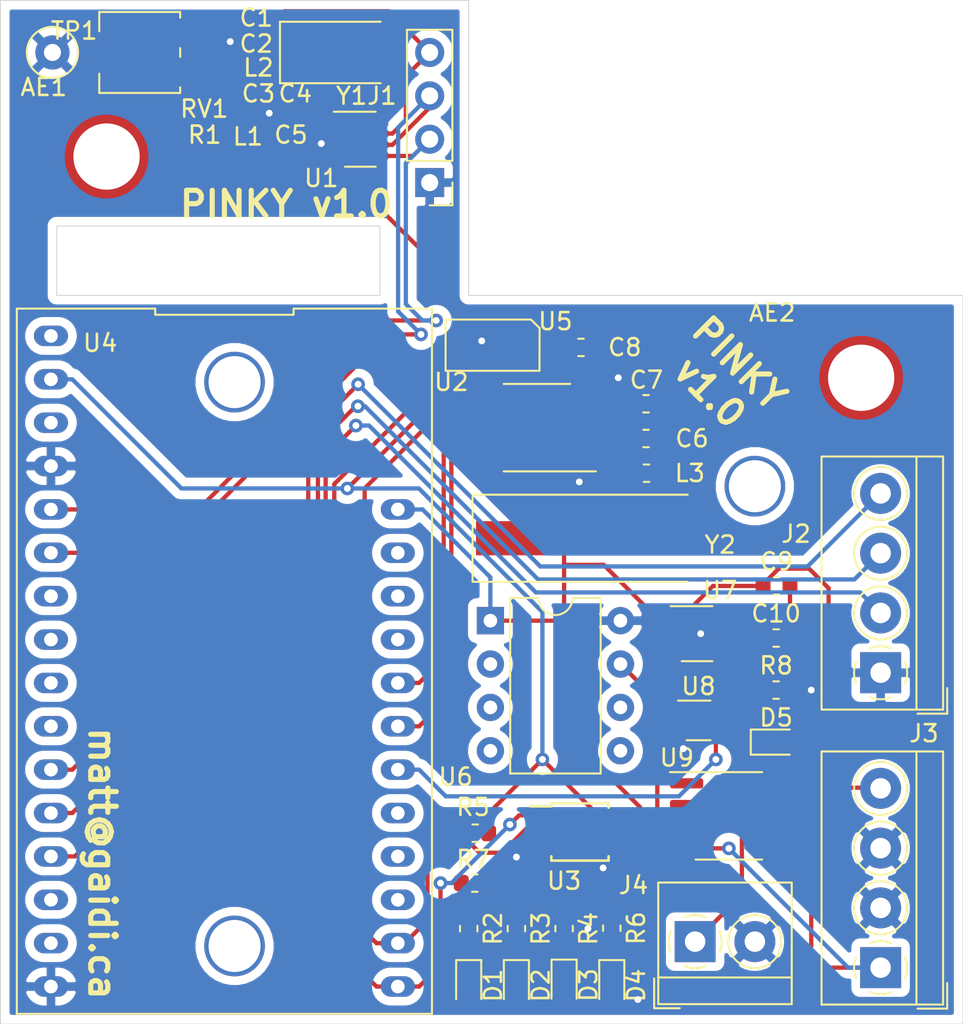
<source format=kicad_pcb>
(kicad_pcb (version 20171130) (host pcbnew "(5.1.5-0-10_14)")
  (layers (0 F.Cu signal) (31 B.Cu power) (34 B.Paste user) (35 F.Paste user hide) (36 B.SilkS user) (37 F.SilkS user) (38 B.Mask user) (39 F.Mask user hide) (44 Edge.Cuts user))
  (net 0 "")
  (net 1 "Net-(AE1-Pad1)")
  (net 2 "Net-(AE2-Pad1)")
  (net 3 "Net-(C1-Pad2)")
  (net 4 GND)
  (net 5 "Net-(C3-Pad2)")
  (net 6 "Net-(C4-Pad2)")
  (net 7 "Net-(C5-Pad1)")
  (net 8 "Net-(C6-Pad2)")
  (net 9 "Net-(C7-Pad2)")
  (net 10 "Net-(C8-Pad2)")
  (net 11 +6V)
  (net 12 +5V)
  (net 13 "Net-(D1-Pad1)")
  (net 14 "Net-(D2-Pad1)")
  (net 15 -6V)
  (net 16 "Net-(D3-Pad1)")
  (net 17 "Net-(D4-Pad1)")
  (net 18 "Net-(D5-Pad1)")
  (net 19 +3V3)
  (net 20 "Net-(J1-Pad3)")
  (net 21 "Net-(J1-Pad2)")
  (net 22 "Net-(J2-Pad4)")
  (net 23 "Net-(J2-Pad3)")
  (net 24 "Net-(J2-Pad2)")
  (net 25 "Net-(J4-Pad1)")
  (net 26 SCL)
  (net 27 SDA)
  (net 28 "Net-(R8-Pad1)")
  (net 29 "Net-(U1-Pad8)")
  (net 30 "Net-(U1-Pad1)")
  (net 31 "Net-(U2-Pad8)")
  (net 32 "Net-(U2-Pad6)")
  (net 33 "Net-(U2-Pad5)")
  (net 34 "Net-(U6-Pad7)")
  (net 35 "Net-(U8-Pad2)")
  (module "ARBO Parts:Linx_Ant_Screw" (layer F.Cu) (at 165.608 78.994 270)
    (fp_text reference AE2 (at -3.81 6.096 180) (layer F.SilkS))
    (fp_text value Antenna)
    (pad "" np_thru_hole circle (at 0 0.885 270) (size 3.88 3.88) (drill 3.88) (layers *.Cu *.Mask))
    (pad 1 smd rect (at 0 0 270) (size 6.6 8.89) (layers F.Cu F.Paste F.Mask) (net 2 "Net-(AE2-Pad1)"))
  )
  (module "ARBO Parts:Linx_Ant_Screw" (layer F.Cu) (at 119.632 66.04 90)
    (fp_text reference AE1 (at 4.064 -2.792 180) (layer F.SilkS))
    (fp_text value Antenna)
    (pad "" np_thru_hole circle (at 0 0.885 90) (size 3.88 3.88) (drill 3.88) (layers *.Cu *.Mask))
    (pad 1 smd rect (at 0 0 90) (size 6.6 8.89) (layers F.Cu F.Paste F.Mask) (net 1 "Net-(AE1-Pad1)"))
  )
  (module Capacitor_SMD:C_0402_1005Metric (layer F.Cu) (at 127.277 57.912 180)
    (fp_text reference C1 (at -2.009 0) (layer F.SilkS))
    (fp_text value 680pF)
    (pad 2 smd roundrect (at 0.485 0 180) (size 0.59 0.64) (layers F.Cu F.Paste F.Mask) (net 3 "Net-(C1-Pad2)"))
    (pad 1 smd roundrect (at -0.485 0 180) (size 0.59 0.64) (layers F.Cu F.Paste F.Mask) (net 4 GND))
  )
  (module Capacitor_SMD:C_0402_1005Metric (layer F.Cu) (at 127.277 60.706 180)
    (fp_text reference C2 (at -2.009 1.27) (layer F.SilkS))
    (fp_text value 220pF)
    (pad 2 smd roundrect (at 0.485 0 180) (size 0.59 0.64) (layers F.Cu F.Paste F.Mask) (net 3 "Net-(C1-Pad2)"))
    (pad 1 smd roundrect (at -0.485 0 180) (size 0.59 0.64) (layers F.Cu F.Paste F.Mask) (net 4 GND))
  )
  (module Inductor_SMD:L_0402_1005Metric (layer F.Cu) (at 127.277 62.23 180)
    (fp_text reference L2 (at -2.136 1.397) (layer F.SilkS))
    (fp_text value 27nH)
    (pad 2 smd roundrect (at 0.485 0 180) (size 0.59 0.64) (layers F.Cu F.Paste F.Mask) (net 3 "Net-(C1-Pad2)"))
    (pad 1 smd roundrect (at -0.485 0 180) (size 0.59 0.64) (layers F.Cu F.Paste F.Mask) (net 7 "Net-(C5-Pad1)"))
  )
  (module Crystal:Crystal_SMD_Abracon_ABM3-2Pin_5.0x3.2mm (layer F.Cu) (at 133.876 59.944)
    (fp_text reference Y1 (at 0.998 2.54) (layer F.SilkS))
    (fp_text value 9.84375MHz)
    (pad 2 smd rect (at 2.05 0) (size 1.9 2.4) (layers F.Cu F.Paste F.Mask) (net 29 "Net-(U1-Pad8)"))
    (pad 1 smd rect (at -2.05 0) (size 1.9 2.4) (layers F.Cu F.Paste F.Mask) (net 30 "Net-(U1-Pad1)"))
  )
  (module Crystal:Crystal_SMD_HC49-SD (layer F.Cu) (at 148.658 88.392)
    (fp_text reference Y2 (at 7.806 0.381) (layer F.SilkS))
    (fp_text value 4.8970MHz)
    (pad 2 smd rect (at 4.25 0) (size 4.5 2) (layers F.Cu F.Paste F.Mask) (net 4 GND))
    (pad 1 smd rect (at -4.25 0) (size 4.5 2) (layers F.Cu F.Paste F.Mask) (net 31 "Net-(U2-Pad8)"))
  )
  (module Package_SO:SOIC-8_3.9x4.9mm_P1.27mm (layer F.Cu) (at 156.972 104.648)
    (fp_text reference U9 (at -3.048 -3.4) (layer F.SilkS))
    (fp_text value TL071)
    (pad 8 smd roundrect (at 2.475 -1.905) (size 1.95 0.6) (layers F.Cu F.Paste F.Mask))
    (pad 7 smd roundrect (at 2.475 -0.635) (size 1.95 0.6) (layers F.Cu F.Paste F.Mask) (net 11 +6V))
    (pad 6 smd roundrect (at 2.475 0.635) (size 1.95 0.6) (layers F.Cu F.Paste F.Mask) (net 25 "Net-(J4-Pad1)"))
    (pad 5 smd roundrect (at 2.475 1.905) (size 1.95 0.6) (layers F.Cu F.Paste F.Mask))
    (pad 4 smd roundrect (at -2.475 1.905) (size 1.95 0.6) (layers F.Cu F.Paste F.Mask) (net 15 -6V))
    (pad 3 smd roundrect (at -2.475 0.635) (size 1.95 0.6) (layers F.Cu F.Paste F.Mask) (net 35 "Net-(U8-Pad2)"))
    (pad 2 smd roundrect (at -2.475 -0.635) (size 1.95 0.6) (layers F.Cu F.Paste F.Mask) (net 25 "Net-(J4-Pad1)"))
    (pad 1 smd roundrect (at -2.475 -1.905) (size 1.95 0.6) (layers F.Cu F.Paste F.Mask))
  )
  (module Package_TO_SOT_SMD:SOT-353_SC-70-5 (layer F.Cu) (at 155.194 99.06)
    (fp_text reference U8 (at 0 -2) (layer F.SilkS))
    (fp_text value SN74LVC)
    (pad 5 smd rect (at 0.95 -0.65) (size 0.65 0.4) (layers F.Cu F.Paste F.Mask) (net 12 +5V))
    (pad 4 smd rect (at 0.95 0.65) (size 0.65 0.4) (layers F.Cu F.Paste F.Mask) (net 28 "Net-(R8-Pad1)"))
    (pad 2 smd rect (at -0.95 0) (size 0.65 0.4) (layers F.Cu F.Paste F.Mask) (net 35 "Net-(U8-Pad2)"))
    (pad 3 smd rect (at -0.95 0.65) (size 0.65 0.4) (layers F.Cu F.Paste F.Mask) (net 4 GND))
    (pad 1 smd rect (at -0.95 -0.65) (size 0.65 0.4) (layers F.Cu F.Paste F.Mask) (net 34 "Net-(U6-Pad7)"))
  )
  (module Package_TO_SOT_SMD:SOT-23-5 (layer F.Cu) (at 155.11 93.98)
    (fp_text reference U7 (at 1.354 -2.54) (layer F.SilkS))
    (fp_text value AP2204K-5.0)
    (pad 5 smd rect (at 1.1 -0.95) (size 1.06 0.65) (layers F.Cu F.Paste F.Mask) (net 12 +5V))
    (pad 4 smd rect (at 1.1 0.95) (size 1.06 0.65) (layers F.Cu F.Paste F.Mask))
    (pad 3 smd rect (at -1.1 0.95) (size 1.06 0.65) (layers F.Cu F.Paste F.Mask) (net 11 +6V))
    (pad 2 smd rect (at -1.1 0) (size 1.06 0.65) (layers F.Cu F.Paste F.Mask) (net 4 GND))
    (pad 1 smd rect (at -1.1 -0.95) (size 1.06 0.65) (layers F.Cu F.Paste F.Mask) (net 11 +6V))
  )
  (module Package_DIP:DIP-8_W7.62mm (layer F.Cu) (at 143.002 93.218)
    (fp_text reference U6 (at -2.032 9.144) (layer F.SilkS))
    (fp_text value NOISE2)
    (pad 8 thru_hole oval (at 7.62 0) (size 1.6 1.6) (drill 0.8) (layers *.Cu *.Mask) (net 4 GND))
    (pad 4 thru_hole oval (at 0 7.62) (size 1.6 1.6) (drill 0.8) (layers *.Cu *.Mask))
    (pad 7 thru_hole oval (at 7.62 2.54) (size 1.6 1.6) (drill 0.8) (layers *.Cu *.Mask) (net 34 "Net-(U6-Pad7)"))
    (pad 3 thru_hole oval (at 0 5.08) (size 1.6 1.6) (drill 0.8) (layers *.Cu *.Mask))
    (pad 6 thru_hole oval (at 7.62 5.08) (size 1.6 1.6) (drill 0.8) (layers *.Cu *.Mask))
    (pad 2 thru_hole oval (at 0 2.54) (size 1.6 1.6) (drill 0.8) (layers *.Cu *.Mask))
    (pad 5 thru_hole oval (at 7.62 7.62) (size 1.6 1.6) (drill 0.8) (layers *.Cu *.Mask))
    (pad 1 thru_hole rect (at 0 0) (size 1.6 1.6) (drill 0.8) (layers *.Cu *.Mask) (net 12 +5V))
  )
  (module "ARBO Parts:VEML7700" (layer F.Cu) (at 143.129 76.835 180)
    (fp_text reference U5 (at -3.683 1.143) (layer F.SilkS))
    (fp_text value VEML7700)
    (pad 4 smd rect (at 1.905 0 180) (size 0.7 1.6) (layers F.Cu F.Paste F.Mask) (net 27 SDA))
    (pad 3 smd rect (at 0.635 0 180) (size 0.7 1.6) (layers F.Cu F.Paste F.Mask) (net 4 GND))
    (pad 2 smd rect (at -0.635 0 180) (size 0.7 1.6) (layers F.Cu F.Paste F.Mask) (net 19 +3V3))
    (pad 1 smd rect (at -1.905 0 180) (size 0.7 1.6) (layers F.Cu F.Paste F.Mask) (net 26 SCL))
  )
  (module "ARBO Parts:Adafruit_feather" (layer F.Cu) (at 127.42 95.844)
    (fp_text reference U4 (at -7.278 -18.882) (layer F.SilkS))
    (fp_text value Adalogger)
    (pad 16 thru_hole oval (at -10.16 18.8 270) (size 1.2 2) (drill 0.8) (layers *.Cu *.Mask) (net 4 GND))
    (pad 17 thru_hole oval (at 10.16 18.8 270) (size 1.2 2) (drill 0.8) (layers *.Cu *.Mask) (net 27 SDA))
    (pad 15 thru_hole oval (at -10.16 16.26 270) (size 1.2 2) (drill 0.8) (layers *.Cu *.Mask))
    (pad 18 thru_hole oval (at 10.16 16.26 270) (size 1.2 2) (drill 0.8) (layers *.Cu *.Mask) (net 26 SCL))
    (pad 14 thru_hole oval (at -10.16 13.72 270) (size 1.2 2) (drill 0.8) (layers *.Cu *.Mask))
    (pad 19 thru_hole oval (at 10.16 13.72 270) (size 1.2 2) (drill 0.8) (layers *.Cu *.Mask))
    (pad 13 thru_hole oval (at -10.16 11.18 270) (size 1.2 2) (drill 0.8) (layers *.Cu *.Mask) (net 24 "Net-(J2-Pad2)"))
    (pad 20 thru_hole oval (at 10.16 11.18 270) (size 1.2 2) (drill 0.8) (layers *.Cu *.Mask))
    (pad 12 thru_hole oval (at -10.16 8.64 270) (size 1.2 2) (drill 0.8) (layers *.Cu *.Mask) (net 23 "Net-(J2-Pad3)"))
    (pad 21 thru_hole oval (at 10.16 8.64 270) (size 1.2 2) (drill 0.8) (layers *.Cu *.Mask))
    (pad 11 thru_hole oval (at -10.16 6.1 270) (size 1.2 2) (drill 0.8) (layers *.Cu *.Mask) (net 22 "Net-(J2-Pad4)"))
    (pad 22 thru_hole oval (at 10.16 6.1 270) (size 1.2 2) (drill 0.8) (layers *.Cu *.Mask) (net 28 "Net-(R8-Pad1)"))
    (pad 10 thru_hole oval (at -10.16 3.56 270) (size 1.2 2) (drill 0.8) (layers *.Cu *.Mask))
    (pad 23 thru_hole oval (at 10.16 3.56 270) (size 1.2 2) (drill 0.8) (layers *.Cu *.Mask) (net 32 "Net-(U2-Pad6)"))
    (pad 9 thru_hole oval (at -10.16 1.02 270) (size 1.2 2) (drill 0.8) (layers *.Cu *.Mask))
    (pad 24 thru_hole oval (at 10.16 1.02 270) (size 1.2 2) (drill 0.8) (layers *.Cu *.Mask) (net 33 "Net-(U2-Pad5)"))
    (pad 8 thru_hole oval (at -10.16 -1.52 270) (size 1.2 2) (drill 0.8) (layers *.Cu *.Mask))
    (pad 25 thru_hole oval (at 10.16 -1.52 270) (size 1.2 2) (drill 0.8) (layers *.Cu *.Mask))
    (pad 7 thru_hole oval (at -10.16 -4.06 270) (size 1.2 2) (drill 0.8) (layers *.Cu *.Mask))
    (pad 26 thru_hole oval (at 10.16 -4.06 270) (size 1.2 2) (drill 0.8) (layers *.Cu *.Mask))
    (pad 6 thru_hole oval (at -10.16 -6.6 270) (size 1.2 2) (drill 0.8) (layers *.Cu *.Mask) (net 20 "Net-(J1-Pad3)"))
    (pad 27 thru_hole oval (at 10.16 -6.6 270) (size 1.2 2) (drill 0.8) (layers *.Cu *.Mask))
    (pad 5 thru_hole oval (at -10.16 -9.14 270) (size 1.2 2) (drill 0.8) (layers *.Cu *.Mask) (net 21 "Net-(J1-Pad2)"))
    (pad 28 thru_hole oval (at 10.16 -9.14 270) (size 1.2 2) (drill 0.8) (layers *.Cu *.Mask) (net 12 +5V))
    (pad 4 thru_hole oval (at -10.16 -11.68 270) (size 1.2 2) (drill 0.8) (layers *.Cu *.Mask) (net 4 GND))
    (pad 3 thru_hole oval (at -10.16 -14.22 270) (size 1.2 2) (drill 0.8) (layers *.Cu *.Mask))
    (pad 2 thru_hole oval (at -10.16 -16.76 270) (size 1.2 2) (drill 0.8) (layers *.Cu *.Mask) (net 19 +3V3))
    (pad 1 thru_hole oval (at -10.16 -19.3 270) (size 1.2 2) (drill 0.8) (layers *.Cu *.Mask))
  )
  (module Package_SO:MSOP-8_3x3mm_P0.65mm (layer F.Cu) (at 148.25 105.593)
    (fp_text reference U3 (at -0.93 2.865) (layer F.SilkS))
    (fp_text value MCP9808_MSOP)
    (pad 8 smd rect (at 2.2 -0.975) (size 1.45 0.45) (layers F.Cu F.Paste F.Mask) (net 19 +3V3))
    (pad 7 smd rect (at 2.2 -0.325) (size 1.45 0.45) (layers F.Cu F.Paste F.Mask) (net 4 GND))
    (pad 6 smd rect (at 2.2 0.325) (size 1.45 0.45) (layers F.Cu F.Paste F.Mask) (net 4 GND))
    (pad 5 smd rect (at 2.2 0.975) (size 1.45 0.45) (layers F.Cu F.Paste F.Mask) (net 4 GND))
    (pad 4 smd rect (at -2.2 0.975) (size 1.45 0.45) (layers F.Cu F.Paste F.Mask) (net 4 GND))
    (pad 3 smd rect (at -2.2 0.325) (size 1.45 0.45) (layers F.Cu F.Paste F.Mask))
    (pad 2 smd rect (at -2.2 -0.325) (size 1.45 0.45) (layers F.Cu F.Paste F.Mask) (net 26 SCL))
    (pad 1 smd rect (at -2.2 -0.975) (size 1.45 0.45) (layers F.Cu F.Paste F.Mask) (net 27 SDA))
  )
  (module Package_SO:SOIC-8_3.9x4.9mm_P1.27mm (layer F.Cu) (at 145.731 81.915 180)
    (fp_text reference U2 (at 5.015 2.667) (layer F.SilkS))
    (fp_text value MICRF007)
    (pad 8 smd roundrect (at 2.475 -1.905 180) (size 1.95 0.6) (layers F.Cu F.Paste F.Mask) (net 31 "Net-(U2-Pad8)"))
    (pad 7 smd roundrect (at 2.475 -0.635 180) (size 1.95 0.6) (layers F.Cu F.Paste F.Mask) (net 10 "Net-(C8-Pad2)"))
    (pad 6 smd roundrect (at 2.475 0.635 180) (size 1.95 0.6) (layers F.Cu F.Paste F.Mask) (net 32 "Net-(U2-Pad6)"))
    (pad 5 smd roundrect (at 2.475 1.905 180) (size 1.95 0.6) (layers F.Cu F.Paste F.Mask) (net 33 "Net-(U2-Pad5)"))
    (pad 4 smd roundrect (at -2.475 1.905 180) (size 1.95 0.6) (layers F.Cu F.Paste F.Mask) (net 9 "Net-(C7-Pad2)"))
    (pad 3 smd roundrect (at -2.475 0.635 180) (size 1.95 0.6) (layers F.Cu F.Paste F.Mask) (net 12 +5V))
    (pad 2 smd roundrect (at -2.475 -0.635 180) (size 1.95 0.6) (layers F.Cu F.Paste F.Mask) (net 8 "Net-(C6-Pad2)"))
    (pad 1 smd roundrect (at -2.475 -1.905 180) (size 1.95 0.6) (layers F.Cu F.Paste F.Mask) (net 4 GND))
  )
  (module Package_TO_SOT_SMD:SOT-23-8 (layer F.Cu) (at 135.382 65.024)
    (fp_text reference U1 (at -2.286 2.286) (layer F.SilkS))
    (fp_text value MAX1472)
    (pad 8 smd rect (at 1.1 -0.98) (size 1.06 0.4) (layers F.Cu F.Paste F.Mask) (net 29 "Net-(U1-Pad8)"))
    (pad 7 smd rect (at 1.1 -0.33) (size 1.06 0.4) (layers F.Cu F.Paste F.Mask) (net 19 +3V3))
    (pad 6 smd rect (at 1.1 0.33) (size 1.06 0.4) (layers F.Cu F.Paste F.Mask) (net 20 "Net-(J1-Pad3)"))
    (pad 5 smd rect (at 1.1 0.98) (size 1.06 0.4) (layers F.Cu F.Paste F.Mask) (net 21 "Net-(J1-Pad2)"))
    (pad 4 smd rect (at -1.1 0.98) (size 1.06 0.4) (layers F.Cu F.Paste F.Mask) (net 7 "Net-(C5-Pad1)"))
    (pad 3 smd rect (at -1.1 0.33) (size 1.06 0.4) (layers F.Cu F.Paste F.Mask) (net 4 GND))
    (pad 2 smd rect (at -1.1 -0.33) (size 1.06 0.4) (layers F.Cu F.Paste F.Mask) (net 4 GND))
    (pad 1 smd rect (at -1.1 -0.98) (size 1.06 0.4) (layers F.Cu F.Paste F.Mask) (net 30 "Net-(U1-Pad1)"))
  )
  (module TestPoint:TestPoint_Loop_D2.50mm_Drill1.0mm (layer F.Cu) (at 117.348 59.944)
    (fp_text reference TP1 (at 1.27 -1.27) (layer F.SilkS))
    (fp_text value TP_GND)
    (pad 1 thru_hole circle (at 0 0) (size 2 2) (drill 1) (layers *.Cu *.Mask) (net 4 GND))
  )
  (module Potentiometer_SMD:Potentiometer_Bourns_3314J_Vertical (layer F.Cu) (at 122.46 59.944 270)
    (fp_text reference RV1 (at 3.302 -3.778 180) (layer F.SilkS))
    (fp_text value 5k)
    (pad 3 smd rect (at -1.15 -2 270) (size 1.3 2) (layers F.Cu F.Paste F.Mask) (net 3 "Net-(C1-Pad2)"))
    (pad 2 smd rect (at 0 2 270) (size 2 2) (layers F.Cu F.Paste F.Mask) (net 3 "Net-(C1-Pad2)"))
    (pad 1 smd rect (at 1.15 -2 270) (size 1.3 2) (layers F.Cu F.Paste F.Mask) (net 19 +3V3))
  )
  (module Resistor_SMD:R_0603_1608Metric (layer F.Cu) (at 159.7405 97.282)
    (fp_text reference R8 (at 0 -1.43) (layer F.SilkS))
    (fp_text value 2.2k)
    (pad 2 smd roundrect (at 0.7875 0) (size 0.875 0.95) (layers F.Cu F.Paste F.Mask) (net 18 "Net-(D5-Pad1)"))
    (pad 1 smd roundrect (at -0.7875 0) (size 0.875 0.95) (layers F.Cu F.Paste F.Mask) (net 28 "Net-(R8-Pad1)"))
  )
  (module Resistor_SMD:R_0603_1608Metric (layer F.Cu) (at 142.0875 108.585 180)
    (fp_text reference R7 (at 0.1015 1.397) (layer F.SilkS))
    (fp_text value 4.7k)
    (pad 2 smd roundrect (at 0.7875 0 180) (size 0.875 0.95) (layers F.Cu F.Paste F.Mask) (net 27 SDA))
    (pad 1 smd roundrect (at -0.7875 0 180) (size 0.875 0.95) (layers F.Cu F.Paste F.Mask) (net 19 +3V3))
  )
  (module Resistor_SMD:R_0603_1608Metric (layer F.Cu) (at 150.114 111.2265 270)
    (fp_text reference R6 (at 0 -1.43 90) (layer F.SilkS))
    (fp_text value 2.2k)
    (pad 2 smd roundrect (at 0.7875 0 270) (size 0.875 0.95) (layers F.Cu F.Paste F.Mask) (net 17 "Net-(D4-Pad1)"))
    (pad 1 smd roundrect (at -0.7875 0 270) (size 0.875 0.95) (layers F.Cu F.Paste F.Mask) (net 11 +6V))
  )
  (module Resistor_SMD:R_0603_1608Metric (layer F.Cu) (at 142.113 105.664 180)
    (fp_text reference R5 (at 0.127 1.524) (layer F.SilkS))
    (fp_text value 4.7k)
    (pad 2 smd roundrect (at 0.7875 0 180) (size 0.875 0.95) (layers F.Cu F.Paste F.Mask) (net 26 SCL))
    (pad 1 smd roundrect (at -0.7875 0 180) (size 0.875 0.95) (layers F.Cu F.Paste F.Mask) (net 19 +3V3))
  )
  (module Resistor_SMD:R_0603_1608Metric (layer F.Cu) (at 147.32 111.252 270)
    (fp_text reference R4 (at 0 -1.43 90) (layer F.SilkS))
    (fp_text value 2.2k)
    (pad 2 smd roundrect (at 0.7875 0 270) (size 0.875 0.95) (layers F.Cu F.Paste F.Mask) (net 16 "Net-(D3-Pad1)"))
    (pad 1 smd roundrect (at -0.7875 0 270) (size 0.875 0.95) (layers F.Cu F.Paste F.Mask) (net 4 GND))
  )
  (module Resistor_SMD:R_0603_1608Metric (layer F.Cu) (at 144.526 111.252 270)
    (fp_text reference R3 (at 0 -1.43 90) (layer F.SilkS))
    (fp_text value 2.2k)
    (pad 2 smd roundrect (at 0.7875 0 270) (size 0.875 0.95) (layers F.Cu F.Paste F.Mask) (net 14 "Net-(D2-Pad1)"))
    (pad 1 smd roundrect (at -0.7875 0 270) (size 0.875 0.95) (layers F.Cu F.Paste F.Mask) (net 12 +5V))
  )
  (module Resistor_SMD:R_0603_1608Metric (layer F.Cu) (at 141.732 111.252 270)
    (fp_text reference R2 (at 0 -1.43 90) (layer F.SilkS))
    (fp_text value 2.2k)
    (pad 2 smd roundrect (at 0.7875 0 270) (size 0.875 0.95) (layers F.Cu F.Paste F.Mask) (net 13 "Net-(D1-Pad1)"))
    (pad 1 smd roundrect (at -0.7875 0 270) (size 0.875 0.95) (layers F.Cu F.Paste F.Mask) (net 19 +3V3))
  )
  (module Resistor_SMD:R_0402_1005Metric (layer F.Cu) (at 126.261 66.04 180)
    (fp_text reference R1 (at 0 1.27) (layer F.SilkS))
    (fp_text value 0)
    (pad 2 smd roundrect (at 0.485 0 180) (size 0.59 0.64) (layers F.Cu F.Paste F.Mask) (net 1 "Net-(AE1-Pad1)"))
    (pad 1 smd roundrect (at -0.485 0 180) (size 0.59 0.64) (layers F.Cu F.Paste F.Mask) (net 5 "Net-(C3-Pad2)"))
  )
  (module Inductor_SMD:L_0603_1608Metric (layer F.Cu) (at 152.146 84.582 180)
    (fp_text reference L3 (at -2.54 0) (layer F.SilkS))
    (fp_text value 56nH)
    (pad 2 smd roundrect (at 0.7875 0 180) (size 0.875 0.95) (layers F.Cu F.Paste F.Mask) (net 8 "Net-(C6-Pad2)"))
    (pad 1 smd roundrect (at -0.7875 0 180) (size 0.875 0.95) (layers F.Cu F.Paste F.Mask) (net 4 GND))
  )
  (module Inductor_SMD:L_0402_1005Metric (layer F.Cu) (at 128.801 66.04)
    (fp_text reference L1 (at 0 -1.17) (layer F.SilkS))
    (fp_text value 22nH)
    (pad 2 smd roundrect (at 0.485 0) (size 0.59 0.64) (layers F.Cu F.Paste F.Mask) (net 6 "Net-(C4-Pad2)"))
    (pad 1 smd roundrect (at -0.485 0) (size 0.59 0.64) (layers F.Cu F.Paste F.Mask) (net 5 "Net-(C3-Pad2)"))
  )
  (module TerminalBlock_4Ucon:TerminalBlock_4Ucon_1x02_P3.50mm_Horizontal (layer F.Cu) (at 154.996 112.014)
    (fp_text reference J4 (at -3.612 -3.302) (layer F.SilkS))
    (fp_text value SPEAKER)
    (pad 2 thru_hole circle (at 3.5 0) (size 2.4 2.4) (drill 1.2) (layers *.Cu *.Mask) (net 4 GND))
    (pad 1 thru_hole rect (at 0 0) (size 2.4 2.4) (drill 1.2) (layers *.Cu *.Mask) (net 25 "Net-(J4-Pad1)"))
  )
  (module TerminalBlock_4Ucon:TerminalBlock_4Ucon_1x04_P3.50mm_Horizontal (layer F.Cu) (at 165.862 113.538 90)
    (fp_text reference J3 (at 13.716 2.54 180) (layer F.SilkS))
    (fp_text value "6V BATT")
    (pad 4 thru_hole circle (at 10.5 0 90) (size 2.4 2.4) (drill 1.2) (layers *.Cu *.Mask) (net 11 +6V))
    (pad 3 thru_hole circle (at 7 0 90) (size 2.4 2.4) (drill 1.2) (layers *.Cu *.Mask) (net 4 GND))
    (pad 2 thru_hole circle (at 3.5 0 90) (size 2.4 2.4) (drill 1.2) (layers *.Cu *.Mask) (net 4 GND))
    (pad 1 thru_hole rect (at 0 0 90) (size 2.4 2.4) (drill 1.2) (layers *.Cu *.Mask) (net 15 -6V))
  )
  (module TerminalBlock_4Ucon:TerminalBlock_4Ucon_1x04_P3.50mm_Horizontal (layer F.Cu) (at 165.862 96.266 90)
    (fp_text reference J2 (at 8.128 -4.953 180) (layer F.SilkS))
    (fp_text value "SPI CONN")
    (pad 4 thru_hole circle (at 10.5 0 90) (size 2.4 2.4) (drill 1.2) (layers *.Cu *.Mask) (net 22 "Net-(J2-Pad4)"))
    (pad 3 thru_hole circle (at 7 0 90) (size 2.4 2.4) (drill 1.2) (layers *.Cu *.Mask) (net 23 "Net-(J2-Pad3)"))
    (pad 2 thru_hole circle (at 3.5 0 90) (size 2.4 2.4) (drill 1.2) (layers *.Cu *.Mask) (net 24 "Net-(J2-Pad2)"))
    (pad 1 thru_hole rect (at 0 0 90) (size 2.4 2.4) (drill 1.2) (layers *.Cu *.Mask) (net 4 GND))
  )
  (module Connector_PinHeader_2.54mm:PinHeader_1x04_P2.54mm_Vertical (layer F.Cu) (at 139.446 67.564 180)
    (fp_text reference J1 (at 2.794 5.08) (layer F.SilkS))
    (fp_text value "TX CONN")
    (pad 4 thru_hole oval (at 0 7.62 180) (size 1.7 1.7) (drill 1) (layers *.Cu *.Mask) (net 19 +3V3))
    (pad 3 thru_hole oval (at 0 5.08 180) (size 1.7 1.7) (drill 1) (layers *.Cu *.Mask) (net 20 "Net-(J1-Pad3)"))
    (pad 2 thru_hole oval (at 0 2.54 180) (size 1.7 1.7) (drill 1) (layers *.Cu *.Mask) (net 21 "Net-(J1-Pad2)"))
    (pad 1 thru_hole rect (at 0 0 180) (size 1.7 1.7) (drill 1) (layers *.Cu *.Mask) (net 4 GND))
  )
  (module Diode_SMD:D_0603_1608Metric (layer F.Cu) (at 159.7405 100.33)
    (fp_text reference D5 (at 0 -1.43) (layer F.SilkS))
    (fp_text value PINK_EN)
    (pad 2 smd roundrect (at 0.7875 0) (size 0.875 0.95) (layers F.Cu F.Paste F.Mask) (net 4 GND))
    (pad 1 smd roundrect (at -0.7875 0) (size 0.875 0.95) (layers F.Cu F.Paste F.Mask) (net 18 "Net-(D5-Pad1)"))
  )
  (module Diode_SMD:D_0603_1608Metric (layer F.Cu) (at 150.114 114.5795 270)
    (fp_text reference D4 (at 0 -1.43 90) (layer F.SilkS))
    (fp_text value +6V)
    (pad 2 smd roundrect (at 0.7875 0 270) (size 0.875 0.95) (layers F.Cu F.Paste F.Mask) (net 4 GND))
    (pad 1 smd roundrect (at -0.7875 0 270) (size 0.875 0.95) (layers F.Cu F.Paste F.Mask) (net 17 "Net-(D4-Pad1)"))
  )
  (module Diode_SMD:D_0603_1608Metric (layer F.Cu) (at 147.32 114.554 270)
    (fp_text reference D3 (at 0 -1.43 90) (layer F.SilkS))
    (fp_text value -6V)
    (pad 2 smd roundrect (at 0.7875 0 270) (size 0.875 0.95) (layers F.Cu F.Paste F.Mask) (net 15 -6V))
    (pad 1 smd roundrect (at -0.7875 0 270) (size 0.875 0.95) (layers F.Cu F.Paste F.Mask) (net 16 "Net-(D3-Pad1)"))
  )
  (module Diode_SMD:D_0603_1608Metric (layer F.Cu) (at 144.526 114.5795 270)
    (fp_text reference D2 (at 0 -1.43 90) (layer F.SilkS))
    (fp_text value +5V)
    (pad 2 smd roundrect (at 0.7875 0 270) (size 0.875 0.95) (layers F.Cu F.Paste F.Mask) (net 4 GND))
    (pad 1 smd roundrect (at -0.7875 0 270) (size 0.875 0.95) (layers F.Cu F.Paste F.Mask) (net 14 "Net-(D2-Pad1)"))
  )
  (module Diode_SMD:D_0603_1608Metric (layer F.Cu) (at 141.732 114.5795 270)
    (fp_text reference D1 (at 0 -1.43 90) (layer F.SilkS))
    (fp_text value +3.3V)
    (pad 2 smd roundrect (at 0.7875 0 270) (size 0.875 0.95) (layers F.Cu F.Paste F.Mask) (net 4 GND))
    (pad 1 smd roundrect (at -0.7875 0 270) (size 0.875 0.95) (layers F.Cu F.Paste F.Mask) (net 13 "Net-(D1-Pad1)"))
  )
  (module Capacitor_SMD:C_0603_1608Metric (layer F.Cu) (at 159.7405 94.234)
    (fp_text reference C10 (at 0 -1.43) (layer F.SilkS))
    (fp_text value 2.2uF)
    (pad 2 smd roundrect (at 0.7875 0) (size 0.875 0.95) (layers F.Cu F.Paste F.Mask) (net 4 GND))
    (pad 1 smd roundrect (at -0.7875 0) (size 0.875 0.95) (layers F.Cu F.Paste F.Mask) (net 12 +5V))
  )
  (module Capacitor_SMD:C_0603_1608Metric (layer F.Cu) (at 159.766 91.186)
    (fp_text reference C9 (at 0 -1.43) (layer F.SilkS))
    (fp_text value 1uF)
    (pad 2 smd roundrect (at 0.7875 0) (size 0.875 0.95) (layers F.Cu F.Paste F.Mask) (net 4 GND))
    (pad 1 smd roundrect (at -0.7875 0) (size 0.875 0.95) (layers F.Cu F.Paste F.Mask) (net 11 +6V))
  )
  (module Capacitor_SMD:C_0603_1608Metric (layer F.Cu) (at 148.3105 77.216 180)
    (fp_text reference C8 (at -2.5655 0) (layer F.SilkS))
    (fp_text value 2.2uF)
    (pad 2 smd roundrect (at 0.7875 0 180) (size 0.875 0.95) (layers F.Cu F.Paste F.Mask) (net 10 "Net-(C8-Pad2)"))
    (pad 1 smd roundrect (at -0.7875 0 180) (size 0.875 0.95) (layers F.Cu F.Paste F.Mask) (net 4 GND))
  )
  (module Capacitor_SMD:C_0603_1608Metric (layer F.Cu) (at 152.1205 80.518 180)
    (fp_text reference C7 (at -0.0255 1.397) (layer F.SilkS))
    (fp_text value .039uF)
    (pad 2 smd roundrect (at 0.7875 0 180) (size 0.875 0.95) (layers F.Cu F.Paste F.Mask) (net 9 "Net-(C7-Pad2)"))
    (pad 1 smd roundrect (at -0.7875 0 180) (size 0.875 0.95) (layers F.Cu F.Paste F.Mask) (net 4 GND))
  )
  (module Capacitor_SMD:C_0603_1608Metric (layer F.Cu) (at 152.1205 82.55 180)
    (fp_text reference C6 (at -2.6925 0) (layer F.SilkS))
    (fp_text value 1.8pF)
    (pad 2 smd roundrect (at 0.7875 0 180) (size 0.875 0.95) (layers F.Cu F.Paste F.Mask) (net 8 "Net-(C6-Pad2)"))
    (pad 1 smd roundrect (at -0.7875 0 180) (size 0.875 0.95) (layers F.Cu F.Paste F.Mask) (net 2 "Net-(AE2-Pad1)"))
  )
  (module Capacitor_SMD:C_0402_1005Metric (layer F.Cu) (at 131.341 66.04 180)
    (fp_text reference C5 (at 0.023 1.27) (layer F.SilkS))
    (fp_text value 15pF)
    (pad 2 smd roundrect (at 0.485 0 180) (size 0.59 0.64) (layers F.Cu F.Paste F.Mask) (net 6 "Net-(C4-Pad2)"))
    (pad 1 smd roundrect (at -0.485 0 180) (size 0.59 0.64) (layers F.Cu F.Paste F.Mask) (net 7 "Net-(C5-Pad1)"))
  )
  (module Capacitor_SMD:C_0402_1005Metric (layer F.Cu) (at 131.318 63.5)
    (fp_text reference C4 (at 0.254 -1.143) (layer F.SilkS))
    (fp_text value 22pF)
    (pad 2 smd roundrect (at 0.485 0) (size 0.59 0.64) (layers F.Cu F.Paste F.Mask) (net 6 "Net-(C4-Pad2)"))
    (pad 1 smd roundrect (at -0.485 0) (size 0.59 0.64) (layers F.Cu F.Paste F.Mask) (net 4 GND))
  )
  (module Capacitor_SMD:C_0402_1005Metric (layer F.Cu) (at 128.755 63.5 180)
    (fp_text reference C3 (at -0.658 1.143) (layer F.SilkS))
    (fp_text value 15pF)
    (pad 2 smd roundrect (at 0.485 0 180) (size 0.59 0.64) (layers F.Cu F.Paste F.Mask) (net 5 "Net-(C3-Pad2)"))
    (pad 1 smd roundrect (at -0.485 0 180) (size 0.59 0.64) (layers F.Cu F.Paste F.Mask) (net 4 GND))
  )
  (gr_text matt@gaidi.ca (at 120.269 107.442 270) (layer F.SilkS) (effects (font (size 1.5 1.5) (thickness 0.3))))
  (gr_text "PINKY\nv1.0" (at 156.718 78.994 315) (layer F.SilkS) (effects (font (size 1.5 1.5) (thickness 0.3))))
  (gr_line (start 136.525 74.168) (end 117.602 74.168) (layer Edge.Cuts) (width 0.05))
  (gr_line (start 136.525 70.104) (end 136.525 74.168) (layer Edge.Cuts) (width 0.05))
  (gr_line (start 117.602 70.104) (end 136.525 70.104) (layer Edge.Cuts) (width 0.05))
  (gr_line (start 117.602 74.168) (end 117.602 70.104) (layer Edge.Cuts) (width 0.05))
  (gr_line (start 141.732 56.896) (end 114.3 56.896) (layer Edge.Cuts) (width 0.05))
  (gr_line (start 141.732 74.168) (end 141.732 56.896) (layer Edge.Cuts) (width 0.05))
  (gr_line (start 170.688 74.168) (end 141.732 74.168) (layer Edge.Cuts) (width 0.05))
  (gr_line (start 170.688 116.84) (end 170.688 74.168) (layer Edge.Cuts) (width 0.05))
  (gr_line (start 114.3 116.84) (end 170.688 116.84) (layer Edge.Cuts) (width 0.05))
  (gr_line (start 114.3 56.896) (end 114.3 116.84) (layer Edge.Cuts) (width 0.05))
  (gr_text "PINKY v1.0" (at 131.064 68.834) (layer F.SilkS) (effects (font (size 1.5 1.5) (thickness 0.3))))
  (via (at 128.016 79.248) (size 3.556) (drill 3.048) (layers F.Cu B.Cu) (net 0))
  (via (at 128.016 112.268) (size 3.556) (drill 3.048) (layers F.Cu B.Cu) (net 0))
  (via (at 158.496 85.344) (size 3.556) (drill 3.048) (layers F.Cu B.Cu) (net 0))
  (segment (start 125.481 66.04) (end 121.412 66.04) (width 0.25) (layer F.Cu) (net 1))
  (segment (start 125.776 66.04) (end 125.481 66.04) (width 0.25) (layer F.Cu) (net 1))
  (segment (start 156.354213 81.135786) (end 156.182572 81.2992) (width 0.381) (layer F.Cu) (net 2))
  (segment (start 156.182572 81.2992) (end 156.003121 81.453996) (width 0.381) (layer F.Cu) (net 2))
  (segment (start 156.003121 81.453996) (end 155.81629 81.599801) (width 0.381) (layer F.Cu) (net 2))
  (segment (start 155.81629 81.599801) (end 155.622529 81.736262) (width 0.381) (layer F.Cu) (net 2))
  (segment (start 155.622529 81.736262) (end 155.422307 81.863052) (width 0.381) (layer F.Cu) (net 2))
  (segment (start 155.422307 81.863052) (end 155.216104 81.979864) (width 0.381) (layer F.Cu) (net 2))
  (segment (start 155.216104 81.979864) (end 155.004418 82.086418) (width 0.381) (layer F.Cu) (net 2))
  (segment (start 155.004418 82.086418) (end 154.787758 82.182457) (width 0.381) (layer F.Cu) (net 2))
  (segment (start 154.787758 82.182457) (end 154.566647 82.267749) (width 0.381) (layer F.Cu) (net 2))
  (segment (start 154.566647 82.267749) (end 154.341618 82.342089) (width 0.381) (layer F.Cu) (net 2))
  (segment (start 154.341618 82.342089) (end 154.113211 82.405297) (width 0.381) (layer F.Cu) (net 2))
  (segment (start 154.113211 82.405297) (end 153.881979 82.457222) (width 0.381) (layer F.Cu) (net 2))
  (segment (start 153.881979 82.457222) (end 153.648477 82.497739) (width 0.381) (layer F.Cu) (net 2))
  (segment (start 153.648477 82.497739) (end 153.413268 82.526749) (width 0.381) (layer F.Cu) (net 2))
  (segment (start 153.413268 82.526749) (end 153.176919 82.544183) (width 0.381) (layer F.Cu) (net 2))
  (segment (start 153.176919 82.544183) (end 152.94 82.55) (width 0.381) (layer F.Cu) (net 2))
  (segment (start 152.94 82.55) (end 152.908 82.55) (width 0.381) (layer F.Cu) (net 2))
  (segment (start 160.496 78.994) (end 163.828 78.994) (width 0.381) (layer F.Cu) (net 2))
  (segment (start 160.496 78.994) (end 160.25908 78.999815) (width 0.381) (layer F.Cu) (net 2))
  (segment (start 160.25908 78.999815) (end 160.022731 79.017249) (width 0.381) (layer F.Cu) (net 2))
  (segment (start 160.022731 79.017249) (end 159.787522 79.04626) (width 0.381) (layer F.Cu) (net 2))
  (segment (start 159.787522 79.04626) (end 159.55402 79.086776) (width 0.381) (layer F.Cu) (net 2))
  (segment (start 159.55402 79.086776) (end 159.322787 79.138701) (width 0.381) (layer F.Cu) (net 2))
  (segment (start 159.322787 79.138701) (end 159.094381 79.201909) (width 0.381) (layer F.Cu) (net 2))
  (segment (start 159.094381 79.201909) (end 158.869351 79.276249) (width 0.381) (layer F.Cu) (net 2))
  (segment (start 158.869351 79.276249) (end 158.64824 79.361541) (width 0.381) (layer F.Cu) (net 2))
  (segment (start 158.64824 79.361541) (end 158.431581 79.45758) (width 0.381) (layer F.Cu) (net 2))
  (segment (start 158.431581 79.45758) (end 158.219894 79.564134) (width 0.381) (layer F.Cu) (net 2))
  (segment (start 158.219894 79.564134) (end 158.013692 79.680946) (width 0.381) (layer F.Cu) (net 2))
  (segment (start 158.013692 79.680946) (end 157.813469 79.807736) (width 0.381) (layer F.Cu) (net 2))
  (segment (start 157.813469 79.807736) (end 157.619708 79.944197) (width 0.381) (layer F.Cu) (net 2))
  (segment (start 157.619708 79.944197) (end 157.432877 80.090001) (width 0.381) (layer F.Cu) (net 2))
  (segment (start 157.432877 80.090001) (end 157.253425 80.244797) (width 0.381) (layer F.Cu) (net 2))
  (segment (start 157.253425 80.244797) (end 157.081786 80.408213) (width 0.381) (layer F.Cu) (net 2))
  (segment (start 157.081786 80.408213) (end 156.354213 81.135786) (width 0.381) (layer F.Cu) (net 2))
  (segment (start 126.792 60.706) (end 126.792 58.882) (width 0.25) (layer F.Cu) (net 3))
  (segment (start 126.792 58.882) (end 126.792 57.912) (width 0.25) (layer F.Cu) (net 3))
  (segment (start 126.704 58.794) (end 124.46 58.794) (width 0.25) (layer F.Cu) (net 3))
  (segment (start 126.792 58.882) (end 126.704 58.794) (width 0.25) (layer F.Cu) (net 3))
  (segment (start 122.86 58.794) (end 124.46 58.794) (width 0.25) (layer F.Cu) (net 3))
  (segment (start 121.71 59.944) (end 122.86 58.794) (width 0.25) (layer F.Cu) (net 3))
  (segment (start 120.46 59.944) (end 121.71 59.944) (width 0.25) (layer F.Cu) (net 3))
  (segment (start 126.497 62.23) (end 126.792 62.23) (width 0.25) (layer F.Cu) (net 3))
  (segment (start 121.496 62.23) (end 126.497 62.23) (width 0.25) (layer F.Cu) (net 3))
  (segment (start 120.46 61.194) (end 121.496 62.23) (width 0.25) (layer F.Cu) (net 3))
  (segment (start 120.46 59.944) (end 120.46 61.194) (width 0.25) (layer F.Cu) (net 3))
  (segment (start 134.282 64.694) (end 134.282 65.354) (width 0.25) (layer F.Cu) (net 4))
  (via (at 127.762 59.309) (size 0.8) (drill 0.4) (layers F.Cu B.Cu) (net 4))
  (segment (start 150.45 105.268) (end 150.45 105.918) (width 0.25) (layer F.Cu) (net 4))
  (segment (start 150.45 105.918) (end 150.45 106.568) (width 0.25) (layer F.Cu) (net 4))
  (segment (start 127.762 57.912) (end 127.762 59.309) (width 0.25) (layer F.Cu) (net 4))
  (segment (start 127.762 59.309) (end 127.762 60.706) (width 0.25) (layer F.Cu) (net 4))
  (segment (start 144.526 115.367) (end 141.732 115.367) (width 0.25) (layer F.Cu) (net 4))
  (segment (start 147.0915 110.4645) (end 147.32 110.4645) (width 0.25) (layer F.Cu) (net 4))
  (segment (start 145.796 114.572) (end 145.796 111.76) (width 0.25) (layer F.Cu) (net 4))
  (segment (start 145.001 115.367) (end 145.796 114.572) (width 0.25) (layer F.Cu) (net 4))
  (segment (start 145.796 111.76) (end 147.0915 110.4645) (width 0.25) (layer F.Cu) (net 4))
  (segment (start 144.526 115.367) (end 145.001 115.367) (width 0.25) (layer F.Cu) (net 4))
  (segment (start 160.5535 94.2085) (end 160.528 94.234) (width 0.25) (layer F.Cu) (net 4))
  (segment (start 160.5535 91.186) (end 160.5535 94.2085) (width 0.25) (layer F.Cu) (net 4))
  (via (at 150.495 78.994) (size 0.8) (drill 0.4) (layers F.Cu B.Cu) (net 4))
  (segment (start 151.060685 78.994) (end 150.495 78.994) (width 0.25) (layer F.Cu) (net 4))
  (segment (start 151.859 78.994) (end 151.060685 78.994) (width 0.25) (layer F.Cu) (net 4))
  (segment (start 152.908 80.043) (end 151.859 78.994) (width 0.25) (layer F.Cu) (net 4))
  (segment (start 152.908 80.518) (end 152.908 80.043) (width 0.25) (layer F.Cu) (net 4))
  (segment (start 149.098 78.232) (end 149.098 77.216) (width 0.25) (layer F.Cu) (net 4))
  (segment (start 149.86 78.994) (end 149.098 78.232) (width 0.25) (layer F.Cu) (net 4))
  (segment (start 150.495 78.994) (end 149.86 78.994) (width 0.25) (layer F.Cu) (net 4))
  (via (at 148.209 85.09) (size 0.8) (drill 0.4) (layers F.Cu B.Cu) (net 4))
  (segment (start 148.206 85.087) (end 148.209 85.09) (width 0.25) (layer F.Cu) (net 4))
  (segment (start 148.206 83.82) (end 148.206 85.087) (width 0.25) (layer F.Cu) (net 4))
  (segment (start 152.908 84.6075) (end 152.9335 84.582) (width 0.25) (layer F.Cu) (net 4))
  (segment (start 149.225 86.106) (end 152.908 86.106) (width 0.25) (layer F.Cu) (net 4))
  (segment (start 148.209 85.09) (end 149.225 86.106) (width 0.25) (layer F.Cu) (net 4))
  (segment (start 152.908 86.106) (end 152.908 84.6075) (width 0.25) (layer F.Cu) (net 4))
  (segment (start 152.908 88.392) (end 152.908 86.106) (width 0.25) (layer F.Cu) (net 4))
  (via (at 155.321 93.98) (size 0.8) (drill 0.4) (layers F.Cu B.Cu) (net 4))
  (segment (start 154.01 93.98) (end 155.321 93.98) (width 0.25) (layer F.Cu) (net 4))
  (via (at 144.526 107.060998) (size 0.8) (drill 0.4) (layers F.Cu B.Cu) (net 4))
  (segment (start 146.05 106.568) (end 145.018998 106.568) (width 0.25) (layer F.Cu) (net 4))
  (segment (start 145.018998 106.568) (end 144.925999 106.660999) (width 0.25) (layer F.Cu) (net 4))
  (segment (start 144.925999 106.660999) (end 144.526 107.060998) (width 0.25) (layer F.Cu) (net 4))
  (via (at 148.717 111.251994) (size 0.8) (drill 0.4) (layers F.Cu B.Cu) (net 4))
  (segment (start 147.32 110.4645) (end 147.929506 110.4645) (width 0.25) (layer F.Cu) (net 4))
  (segment (start 147.929506 110.4645) (end 148.717 111.251994) (width 0.25) (layer F.Cu) (net 4))
  (segment (start 149.797 107.696) (end 149.606 107.696) (width 0.25) (layer F.Cu) (net 4))
  (segment (start 150.45 107.043) (end 149.797 107.696) (width 0.25) (layer F.Cu) (net 4))
  (segment (start 150.45 106.568) (end 150.45 107.043) (width 0.25) (layer F.Cu) (net 4))
  (via (at 149.606 107.696) (size 0.8) (drill 0.4) (layers F.Cu B.Cu) (net 4))
  (segment (start 150.114 115.367) (end 151.6005 115.367) (width 0.25) (layer F.Cu) (net 4))
  (via (at 151.638 115.4045) (size 0.8) (drill 0.4) (layers F.Cu B.Cu) (net 4))
  (segment (start 151.6005 115.367) (end 151.638 115.4045) (width 0.25) (layer F.Cu) (net 4))
  (via (at 154.305 100.711) (size 0.8) (drill 0.4) (layers F.Cu B.Cu) (net 4))
  (segment (start 154.244 100.65) (end 154.305 100.711) (width 0.25) (layer F.Cu) (net 4))
  (segment (start 154.244 99.71) (end 154.244 100.65) (width 0.25) (layer F.Cu) (net 4))
  (via (at 161.798 97.282) (size 0.8) (drill 0.4) (layers F.Cu B.Cu) (net 4))
  (segment (start 161.798 96.716315) (end 161.798 97.282) (width 0.25) (layer F.Cu) (net 4))
  (segment (start 161.798 95.0665) (end 161.798 96.716315) (width 0.25) (layer F.Cu) (net 4))
  (segment (start 160.9655 94.234) (end 161.798 95.0665) (width 0.25) (layer F.Cu) (net 4))
  (segment (start 160.528 94.234) (end 160.9655 94.234) (width 0.25) (layer F.Cu) (net 4))
  (segment (start 161.798 97.847685) (end 161.798 97.282) (width 0.25) (layer F.Cu) (net 4))
  (segment (start 161.798 99.4975) (end 161.798 97.847685) (width 0.25) (layer F.Cu) (net 4))
  (segment (start 160.9655 100.33) (end 161.798 99.4975) (width 0.25) (layer F.Cu) (net 4))
  (segment (start 160.528 100.33) (end 160.9655 100.33) (width 0.25) (layer F.Cu) (net 4))
  (via (at 142.494 76.835014) (size 0.8) (drill 0.4) (layers F.Cu B.Cu) (net 4))
  (segment (start 142.494 76.835) (end 142.494 76.835014) (width 0.25) (layer F.Cu) (net 4))
  (segment (start 129.24 63.5) (end 130.048 63.5) (width 0.25) (layer F.Cu) (net 4))
  (segment (start 130.833 63.5) (end 130.048 63.5) (width 0.25) (layer F.Cu) (net 4))
  (via (at 130.048 63.5) (size 0.8) (drill 0.4) (layers F.Cu B.Cu) (net 4))
  (segment (start 133.17199 65.354) (end 133.09599 65.278) (width 0.25) (layer F.Cu) (net 4))
  (segment (start 134.282 65.354) (end 133.17199 65.354) (width 0.25) (layer F.Cu) (net 4))
  (via (at 133.09599 65.278) (size 0.8) (drill 0.4) (layers F.Cu B.Cu) (net 4))
  (segment (start 128.27 65.994) (end 128.316 66.04) (width 0.25) (layer F.Cu) (net 5))
  (segment (start 128.27 63.5) (end 128.27 65.994) (width 0.25) (layer F.Cu) (net 5))
  (segment (start 126.746 66.04) (end 128.316 66.04) (width 0.25) (layer F.Cu) (net 5))
  (segment (start 129.286 66.04) (end 130.856 66.04) (width 0.25) (layer F.Cu) (net 6))
  (segment (start 131.803 63.5) (end 131.803 64.607586) (width 0.25) (layer F.Cu) (net 6))
  (segment (start 130.856 65.554586) (end 130.856 65.72) (width 0.25) (layer F.Cu) (net 6))
  (segment (start 131.803 64.607586) (end 130.856 65.554586) (width 0.25) (layer F.Cu) (net 6))
  (segment (start 130.856 65.72) (end 130.856 66.04) (width 0.25) (layer F.Cu) (net 6))
  (segment (start 134.246 66.04) (end 134.282 66.004) (width 0.25) (layer F.Cu) (net 7))
  (segment (start 133.096 66.04) (end 134.246 66.04) (width 0.25) (layer F.Cu) (net 7))
  (segment (start 133.096 66.04) (end 133.038988 66.04) (width 0.25) (layer F.Cu) (net 7))
  (segment (start 131.826 66.04) (end 132.334 66.04) (width 0.25) (layer F.Cu) (net 7))
  (segment (start 132.334 66.04) (end 133.096 66.04) (width 0.25) (layer F.Cu) (net 7))
  (segment (start 131.826 65.220996) (end 131.826 66.04) (width 0.25) (layer F.Cu) (net 7))
  (segment (start 132.588 64.458996) (end 131.826 65.220996) (width 0.25) (layer F.Cu) (net 7))
  (segment (start 131.953 62.23) (end 132.588 62.865) (width 0.25) (layer F.Cu) (net 7))
  (segment (start 132.588 62.865) (end 132.588 64.458996) (width 0.25) (layer F.Cu) (net 7))
  (segment (start 127.762 62.23) (end 131.953 62.23) (width 0.25) (layer F.Cu) (net 7))
  (segment (start 148.206 82.55) (end 151.333 82.55) (width 0.25) (layer F.Cu) (net 8))
  (segment (start 151.333 84.5565) (end 151.3585 84.582) (width 0.25) (layer F.Cu) (net 8))
  (segment (start 151.333 82.55) (end 151.333 84.5565) (width 0.25) (layer F.Cu) (net 8))
  (segment (start 148.206 80.01) (end 149.86 80.01) (width 0.25) (layer F.Cu) (net 9))
  (segment (start 150.368 80.518) (end 151.333 80.518) (width 0.25) (layer F.Cu) (net 9))
  (segment (start 149.86 80.01) (end 150.368 80.518) (width 0.25) (layer F.Cu) (net 9))
  (segment (start 145.669 81.534) (end 145.669 79.121) (width 0.25) (layer F.Cu) (net 10))
  (segment (start 147.523 77.267) (end 147.523 77.216) (width 0.25) (layer F.Cu) (net 10))
  (segment (start 145.669 79.121) (end 147.523 77.267) (width 0.25) (layer F.Cu) (net 10))
  (segment (start 144.653 82.55) (end 145.669 81.534) (width 0.25) (layer F.Cu) (net 10))
  (segment (start 143.256 82.55) (end 144.653 82.55) (width 0.25) (layer F.Cu) (net 10))
  (segment (start 159.447 104.013) (end 161.798 104.013) (width 0.25) (layer F.Cu) (net 11))
  (segment (start 161.798 112.268) (end 161.798 104.013) (width 0.25) (layer F.Cu) (net 11))
  (segment (start 154.229 114.554) (end 159.512 114.554) (width 0.25) (layer F.Cu) (net 11))
  (segment (start 159.512 114.554) (end 161.798 112.268) (width 0.25) (layer F.Cu) (net 11))
  (segment (start 150.114 110.439) (end 154.229 114.554) (width 0.25) (layer F.Cu) (net 11))
  (segment (start 152.781 94.481) (end 153.23 94.93) (width 0.25) (layer F.Cu) (net 11))
  (segment (start 152.781 93.479) (end 152.781 94.481) (width 0.25) (layer F.Cu) (net 11))
  (segment (start 153.23 93.03) (end 152.781 93.479) (width 0.25) (layer F.Cu) (net 11))
  (segment (start 153.23 94.93) (end 154.01 94.93) (width 0.25) (layer F.Cu) (net 11))
  (segment (start 154.01 93.03) (end 153.23 93.03) (width 0.25) (layer F.Cu) (net 11))
  (segment (start 156.041 91.186) (end 158.541 91.186) (width 0.25) (layer F.Cu) (net 11))
  (segment (start 158.541 91.186) (end 158.9785 91.186) (width 0.25) (layer F.Cu) (net 11))
  (segment (start 154.197 93.03) (end 156.041 91.186) (width 0.25) (layer F.Cu) (net 11))
  (segment (start 154.01 93.03) (end 154.197 93.03) (width 0.25) (layer F.Cu) (net 11))
  (segment (start 165.821 102.997) (end 165.862 103.038) (width 0.25) (layer F.Cu) (net 11))
  (segment (start 162.814 102.997) (end 165.821 102.997) (width 0.25) (layer F.Cu) (net 11))
  (segment (start 161.798 104.013) (end 162.814 102.997) (width 0.25) (layer F.Cu) (net 11))
  (segment (start 162.814 91.313) (end 162.814 102.997) (width 0.25) (layer F.Cu) (net 11))
  (segment (start 161.671 90.17) (end 162.814 91.313) (width 0.25) (layer F.Cu) (net 11))
  (segment (start 159.893 90.17) (end 161.671 90.17) (width 0.25) (layer F.Cu) (net 11))
  (segment (start 158.9785 91.0845) (end 159.893 90.17) (width 0.25) (layer F.Cu) (net 11))
  (segment (start 158.9785 91.186) (end 158.9785 91.0845) (width 0.25) (layer F.Cu) (net 11))
  (segment (start 158.953 94.709) (end 158.953 94.234) (width 0.25) (layer F.Cu) (net 12))
  (segment (start 158.953 95.726) (end 158.953 94.709) (width 0.25) (layer F.Cu) (net 12))
  (segment (start 156.269 98.41) (end 158.953 95.726) (width 0.25) (layer F.Cu) (net 12))
  (segment (start 156.144 98.41) (end 156.269 98.41) (width 0.25) (layer F.Cu) (net 12))
  (segment (start 158.953 94.183) (end 158.953 94.234) (width 0.25) (layer F.Cu) (net 12))
  (segment (start 157.8 93.03) (end 158.953 94.183) (width 0.25) (layer F.Cu) (net 12))
  (segment (start 156.21 93.03) (end 157.8 93.03) (width 0.25) (layer F.Cu) (net 12))
  (segment (start 147.066 81.28) (end 148.206 81.28) (width 0.25) (layer F.Cu) (net 12))
  (segment (start 146.304 84.582) (end 146.304 82.042) (width 0.25) (layer F.Cu) (net 12))
  (segment (start 147.32 85.598) (end 146.304 84.582) (width 0.25) (layer F.Cu) (net 12))
  (segment (start 147.32 89.95) (end 147.32 85.598) (width 0.25) (layer F.Cu) (net 12))
  (segment (start 146.304 82.042) (end 147.066 81.28) (width 0.25) (layer F.Cu) (net 12))
  (segment (start 144.526 110.027) (end 144.526 110.4645) (width 0.25) (layer F.Cu) (net 12))
  (segment (start 145.079 109.474) (end 144.526 110.027) (width 0.25) (layer F.Cu) (net 12))
  (segment (start 149.479 109.474) (end 145.079 109.474) (width 0.25) (layer F.Cu) (net 12))
  (segment (start 151.765 104.14) (end 151.765 107.188) (width 0.25) (layer F.Cu) (net 12))
  (segment (start 151.765 107.188) (end 149.479 109.474) (width 0.25) (layer F.Cu) (net 12))
  (segment (start 148.59 100.965) (end 151.765 104.14) (width 0.25) (layer F.Cu) (net 12))
  (segment (start 152.019 92.329) (end 152.019 94.86) (width 0.25) (layer F.Cu) (net 12))
  (segment (start 155.569 98.41) (end 156.144 98.41) (width 0.25) (layer F.Cu) (net 12))
  (segment (start 149.64 89.95) (end 152.019 92.329) (width 0.25) (layer F.Cu) (net 12))
  (segment (start 152.019 94.86) (end 155.569 98.41) (width 0.25) (layer F.Cu) (net 12))
  (segment (start 147.32 89.95) (end 149.64 89.95) (width 0.25) (layer F.Cu) (net 12))
  (segment (start 147.32 99.695) (end 148.59 100.965) (width 0.25) (layer F.Cu) (net 12))
  (segment (start 143.002 93.218) (end 147.32 93.218) (width 0.25) (layer F.Cu) (net 12))
  (segment (start 147.32 93.218) (end 147.32 99.695) (width 0.25) (layer F.Cu) (net 12))
  (segment (start 147.32 89.95) (end 147.32 93.218) (width 0.25) (layer F.Cu) (net 12))
  (segment (start 143.002 90.678) (end 143.002 92.168) (width 0.25) (layer B.Cu) (net 12))
  (segment (start 137.58 86.704) (end 139.028 86.704) (width 0.25) (layer B.Cu) (net 12))
  (segment (start 143.002 92.168) (end 143.002 93.218) (width 0.25) (layer B.Cu) (net 12))
  (segment (start 139.028 86.704) (end 143.002 90.678) (width 0.25) (layer B.Cu) (net 12))
  (segment (start 141.732 112.0395) (end 141.732 113.792) (width 0.25) (layer F.Cu) (net 13))
  (segment (start 144.526 112.0395) (end 144.526 113.792) (width 0.25) (layer F.Cu) (net 14))
  (segment (start 158.82549 116.12951) (end 161.417 113.538) (width 0.25) (layer F.Cu) (net 15))
  (segment (start 148.26051 116.12951) (end 158.82549 116.12951) (width 0.25) (layer F.Cu) (net 15))
  (segment (start 147.4725 115.3415) (end 148.26051 116.12951) (width 0.25) (layer F.Cu) (net 15))
  (segment (start 161.417 113.538) (end 165.862 113.538) (width 0.25) (layer F.Cu) (net 15))
  (segment (start 147.32 115.3415) (end 147.4725 115.3415) (width 0.25) (layer F.Cu) (net 15))
  (segment (start 157.371999 106.952999) (end 156.972 106.553) (width 0.25) (layer B.Cu) (net 15))
  (segment (start 163.957 113.538) (end 157.371999 106.952999) (width 0.25) (layer B.Cu) (net 15))
  (segment (start 154.497 106.553) (end 156.972 106.553) (width 0.25) (layer F.Cu) (net 15))
  (via (at 156.972 106.553) (size 0.8) (drill 0.4) (layers F.Cu B.Cu) (net 15))
  (segment (start 165.862 113.538) (end 163.957 113.538) (width 0.25) (layer B.Cu) (net 15))
  (segment (start 147.32 112.0395) (end 147.32 113.7665) (width 0.25) (layer F.Cu) (net 16))
  (segment (start 150.114 112.014) (end 150.114 113.792) (width 0.25) (layer F.Cu) (net 17))
  (segment (start 158.953 98.857) (end 160.528 97.282) (width 0.25) (layer F.Cu) (net 18))
  (segment (start 158.953 100.33) (end 158.953 98.857) (width 0.25) (layer F.Cu) (net 18))
  (segment (start 141.7575 110.4645) (end 141.732 110.4645) (width 0.25) (layer F.Cu) (net 19))
  (segment (start 142.875 109.347) (end 141.7575 110.4645) (width 0.25) (layer F.Cu) (net 19))
  (segment (start 142.875 108.585) (end 142.875 109.347) (width 0.25) (layer F.Cu) (net 19))
  (segment (start 138.596001 59.094001) (end 139.446 59.944) (width 0.25) (layer F.Cu) (net 19))
  (segment (start 137.033 57.531) (end 138.596001 59.094001) (width 0.25) (layer F.Cu) (net 19))
  (segment (start 130.937 57.531) (end 137.033 57.531) (width 0.25) (layer F.Cu) (net 19))
  (segment (start 130.175 58.293) (end 130.937 57.531) (width 0.25) (layer F.Cu) (net 19))
  (segment (start 130.175 60.198) (end 130.175 58.293) (width 0.25) (layer F.Cu) (net 19))
  (segment (start 124.46 61.094) (end 125.71 61.094) (width 0.25) (layer F.Cu) (net 19))
  (segment (start 128.905 61.468) (end 130.175 60.198) (width 0.25) (layer F.Cu) (net 19))
  (segment (start 126.084 61.468) (end 128.905 61.468) (width 0.25) (layer F.Cu) (net 19))
  (segment (start 125.71 61.094) (end 126.084 61.468) (width 0.25) (layer F.Cu) (net 19))
  (segment (start 149.475 104.618) (end 150.45 104.618) (width 0.25) (layer F.Cu) (net 19))
  (segment (start 145.508 108.585) (end 149.475 104.618) (width 0.25) (layer F.Cu) (net 19))
  (segment (start 142.875 108.585) (end 145.508 108.585) (width 0.25) (layer F.Cu) (net 19))
  (via (at 146.05 101.346) (size 0.8) (drill 0.4) (layers F.Cu B.Cu) (net 19))
  (segment (start 142.9005 104.4955) (end 146.05 101.346) (width 0.25) (layer F.Cu) (net 19))
  (segment (start 142.9005 105.664) (end 142.9005 104.4955) (width 0.25) (layer F.Cu) (net 19))
  (segment (start 149.322 104.618) (end 146.05 101.346) (width 0.25) (layer F.Cu) (net 19))
  (segment (start 149.475 104.618) (end 149.322 104.618) (width 0.25) (layer F.Cu) (net 19))
  (segment (start 143.036 78.613) (end 141.48732 78.613) (width 0.25) (layer F.Cu) (net 19))
  (via (at 134.62466 85.47566) (size 0.8) (drill 0.4) (layers F.Cu B.Cu) (net 19))
  (segment (start 135.024659 85.075661) (end 134.62466 85.47566) (width 0.25) (layer F.Cu) (net 19))
  (segment (start 134.058975 85.47566) (end 134.62466 85.47566) (width 0.25) (layer B.Cu) (net 19))
  (segment (start 146.05 101.346) (end 146.05 92.71) (width 0.25) (layer B.Cu) (net 19))
  (segment (start 141.48732 78.613) (end 135.024659 85.075661) (width 0.25) (layer F.Cu) (net 19))
  (segment (start 117.26 79.084) (end 118.51 79.084) (width 0.25) (layer B.Cu) (net 19))
  (segment (start 124.90166 85.47566) (end 134.058975 85.47566) (width 0.25) (layer B.Cu) (net 19))
  (segment (start 143.764 76.835) (end 143.764 77.885) (width 0.25) (layer F.Cu) (net 19))
  (segment (start 138.81566 85.47566) (end 135.190345 85.47566) (width 0.25) (layer B.Cu) (net 19))
  (segment (start 118.51 79.084) (end 124.90166 85.47566) (width 0.25) (layer B.Cu) (net 19))
  (segment (start 143.764 77.885) (end 143.036 78.613) (width 0.25) (layer F.Cu) (net 19))
  (segment (start 146.05 92.71) (end 138.81566 85.47566) (width 0.25) (layer B.Cu) (net 19))
  (segment (start 135.190345 85.47566) (end 134.62466 85.47566) (width 0.25) (layer B.Cu) (net 19))
  (segment (start 138.049 61.341) (end 139.446 59.944) (width 0.25) (layer F.Cu) (net 19))
  (segment (start 138.049 63.907) (end 138.049 61.341) (width 0.25) (layer F.Cu) (net 19))
  (segment (start 137.262 64.694) (end 138.049 63.907) (width 0.25) (layer F.Cu) (net 19))
  (segment (start 136.482 64.694) (end 137.262 64.694) (width 0.25) (layer F.Cu) (net 19))
  (segment (start 143.764 75.785) (end 143.764 76.835) (width 0.25) (layer F.Cu) (net 19))
  (segment (start 143.163 75.184) (end 143.764 75.785) (width 0.25) (layer F.Cu) (net 19))
  (segment (start 141.224 75.184) (end 143.163 75.184) (width 0.25) (layer F.Cu) (net 19))
  (segment (start 138.938 72.898) (end 141.224 75.184) (width 0.25) (layer F.Cu) (net 19))
  (segment (start 136.482 64.694) (end 135.702 64.694) (width 0.25) (layer F.Cu) (net 19))
  (segment (start 135.382 67.945) (end 138.938 71.501) (width 0.25) (layer F.Cu) (net 19))
  (segment (start 135.382 65.014) (end 135.382 67.945) (width 0.25) (layer F.Cu) (net 19))
  (segment (start 135.702 64.694) (end 135.382 65.014) (width 0.25) (layer F.Cu) (net 19))
  (segment (start 138.938 71.501) (end 138.938 72.898) (width 0.25) (layer F.Cu) (net 19))
  (segment (start 136.482 65.354) (end 137.262 65.354) (width 0.25) (layer F.Cu) (net 20))
  (segment (start 137.262 65.354) (end 139.446 63.17) (width 0.25) (layer F.Cu) (net 20))
  (segment (start 139.446 63.17) (end 139.446 62.484) (width 0.25) (layer F.Cu) (net 20))
  (via (at 138.938 76.454) (size 0.8) (drill 0.4) (layers F.Cu B.Cu) (net 20))
  (segment (start 117.26 89.244) (end 124.185315 89.244) (width 0.25) (layer F.Cu) (net 20))
  (segment (start 124.185315 89.244) (end 136.975315 76.454) (width 0.25) (layer F.Cu) (net 20))
  (segment (start 136.975315 76.454) (end 138.372315 76.454) (width 0.25) (layer F.Cu) (net 20))
  (segment (start 138.372315 76.454) (end 138.938 76.454) (width 0.25) (layer F.Cu) (net 20))
  (segment (start 138.596001 63.333999) (end 139.446 62.484) (width 0.25) (layer B.Cu) (net 20))
  (segment (start 137.598989 75.114989) (end 137.598989 64.331011) (width 0.25) (layer B.Cu) (net 20))
  (segment (start 138.938 76.454) (end 137.598989 75.114989) (width 0.25) (layer B.Cu) (net 20))
  (segment (start 137.598989 64.331011) (end 138.596001 63.333999) (width 0.25) (layer B.Cu) (net 20))
  (segment (start 139.446 65.024) (end 138.466 66.004) (width 0.25) (layer F.Cu) (net 21))
  (segment (start 138.466 66.004) (end 136.482 66.004) (width 0.25) (layer F.Cu) (net 21))
  (via (at 139.827 75.638176) (size 0.8) (drill 0.4) (layers F.Cu B.Cu) (net 21))
  (segment (start 138.049 66.421) (end 138.596001 65.873999) (width 0.25) (layer B.Cu) (net 21))
  (segment (start 138.049 74.676) (end 138.049 66.421) (width 0.25) (layer B.Cu) (net 21))
  (segment (start 138.596001 65.873999) (end 139.446 65.024) (width 0.25) (layer B.Cu) (net 21))
  (segment (start 139.011176 75.638176) (end 138.049 74.676) (width 0.25) (layer B.Cu) (net 21))
  (segment (start 139.827 75.638176) (end 139.011176 75.638176) (width 0.25) (layer B.Cu) (net 21))
  (segment (start 139.261315 75.638176) (end 139.827 75.638176) (width 0.25) (layer F.Cu) (net 21))
  (segment (start 136.959824 75.638176) (end 139.261315 75.638176) (width 0.25) (layer F.Cu) (net 21))
  (segment (start 125.894 86.704) (end 136.959824 75.638176) (width 0.25) (layer F.Cu) (net 21))
  (segment (start 117.26 86.704) (end 125.894 86.704) (width 0.25) (layer F.Cu) (net 21))
  (segment (start 118.51 101.944) (end 132.334 88.12) (width 0.25) (layer F.Cu) (net 22))
  (segment (start 132.334 82.296) (end 134.855001 79.774999) (width 0.25) (layer F.Cu) (net 22))
  (segment (start 132.334 88.12) (end 132.334 82.296) (width 0.25) (layer F.Cu) (net 22))
  (via (at 135.255 79.375) (size 0.8) (drill 0.4) (layers F.Cu B.Cu) (net 22))
  (segment (start 134.855001 79.774999) (end 135.255 79.375) (width 0.25) (layer F.Cu) (net 22))
  (segment (start 161.585 90.043) (end 165.862 85.766) (width 0.25) (layer B.Cu) (net 22))
  (segment (start 135.255 79.375) (end 145.923 90.043) (width 0.25) (layer B.Cu) (net 22))
  (segment (start 145.923 90.043) (end 161.585 90.043) (width 0.25) (layer B.Cu) (net 22))
  (segment (start 117.26 101.944) (end 118.51 101.944) (width 0.25) (layer F.Cu) (net 22))
  (segment (start 135.111905 80.661095) (end 135.240433 80.661095) (width 0.25) (layer F.Cu) (net 23))
  (segment (start 132.899989 82.873011) (end 135.111905 80.661095) (width 0.25) (layer F.Cu) (net 23))
  (segment (start 164.323 90.805) (end 145.796 90.805) (width 0.25) (layer B.Cu) (net 23))
  (segment (start 145.796 90.805) (end 135.652095 80.661095) (width 0.25) (layer B.Cu) (net 23))
  (segment (start 117.26 104.484) (end 118.51 104.484) (width 0.25) (layer F.Cu) (net 23))
  (segment (start 118.51 104.484) (end 132.899989 90.094011) (width 0.25) (layer F.Cu) (net 23))
  (segment (start 132.899989 90.094011) (end 132.899989 82.873011) (width 0.25) (layer F.Cu) (net 23))
  (segment (start 135.652095 80.661095) (end 135.240433 80.661095) (width 0.25) (layer B.Cu) (net 23))
  (segment (start 165.862 89.266) (end 164.323 90.805) (width 0.25) (layer B.Cu) (net 23))
  (via (at 135.240433 80.661095) (size 0.8) (drill 0.4) (layers F.Cu B.Cu) (net 23))
  (segment (start 118.655 107.024) (end 133.35 92.329) (width 0.25) (layer F.Cu) (net 24))
  (segment (start 133.35 92.329) (end 133.35 83.566) (width 0.25) (layer F.Cu) (net 24))
  (segment (start 133.35 83.566) (end 134.723341 82.192659) (width 0.25) (layer F.Cu) (net 24))
  (segment (start 134.723341 82.192659) (end 135.12334 81.79266) (width 0.25) (layer F.Cu) (net 24))
  (via (at 135.12334 81.79266) (size 0.8) (drill 0.4) (layers F.Cu B.Cu) (net 24))
  (segment (start 117.26 107.024) (end 118.655 107.024) (width 0.25) (layer F.Cu) (net 24))
  (segment (start 135.689025 81.79266) (end 135.12334 81.79266) (width 0.25) (layer B.Cu) (net 24))
  (segment (start 135.89466 81.79266) (end 135.689025 81.79266) (width 0.25) (layer B.Cu) (net 24))
  (segment (start 145.668001 91.566001) (end 135.89466 81.79266) (width 0.25) (layer B.Cu) (net 24))
  (segment (start 164.662001 91.566001) (end 145.668001 91.566001) (width 0.25) (layer B.Cu) (net 24))
  (segment (start 165.862 92.766) (end 164.662001 91.566001) (width 0.25) (layer B.Cu) (net 24))
  (segment (start 158.472 105.283) (end 159.447 105.283) (width 0.25) (layer F.Cu) (net 25))
  (segment (start 157.734 105.283) (end 158.472 105.283) (width 0.25) (layer F.Cu) (net 25))
  (segment (start 156.464 104.013) (end 157.734 105.283) (width 0.25) (layer F.Cu) (net 25))
  (segment (start 154.497 104.013) (end 156.464 104.013) (width 0.25) (layer F.Cu) (net 25))
  (segment (start 154.996 112.014) (end 157.734 109.276) (width 0.25) (layer F.Cu) (net 25))
  (segment (start 157.734 109.276) (end 157.734 105.283) (width 0.25) (layer F.Cu) (net 25))
  (segment (start 139.319 107.696) (end 141.3255 105.6895) (width 0.25) (layer F.Cu) (net 26))
  (segment (start 139.319 110.765) (end 139.319 107.696) (width 0.25) (layer F.Cu) (net 26))
  (segment (start 137.98 112.104) (end 139.319 110.765) (width 0.25) (layer F.Cu) (net 26))
  (segment (start 141.3255 105.6895) (end 141.3255 105.664) (width 0.25) (layer F.Cu) (net 26))
  (segment (start 137.58 112.104) (end 137.98 112.104) (width 0.25) (layer F.Cu) (net 26))
  (segment (start 141.3255 105.7655) (end 141.3255 105.664) (width 0.25) (layer F.Cu) (net 26))
  (segment (start 143.694004 106.807) (end 142.367 106.807) (width 0.25) (layer F.Cu) (net 26))
  (segment (start 142.367 106.807) (end 141.3255 105.7655) (width 0.25) (layer F.Cu) (net 26))
  (segment (start 145.233004 105.268) (end 143.694004 106.807) (width 0.25) (layer F.Cu) (net 26))
  (segment (start 146.05 105.268) (end 145.233004 105.268) (width 0.25) (layer F.Cu) (net 26))
  (segment (start 136.33 112.104) (end 137.58 112.104) (width 0.25) (layer F.Cu) (net 26))
  (segment (start 135.636 111.41) (end 136.33 112.104) (width 0.25) (layer F.Cu) (net 26))
  (segment (start 145.034 76.2) (end 145.034 78.105) (width 0.25) (layer F.Cu) (net 26))
  (segment (start 141.916989 79.190011) (end 135.636 85.471) (width 0.25) (layer F.Cu) (net 26))
  (segment (start 143.948989 79.190011) (end 141.916989 79.190011) (width 0.25) (layer F.Cu) (net 26))
  (segment (start 135.636 85.471) (end 135.636 111.41) (width 0.25) (layer F.Cu) (net 26))
  (segment (start 145.034 78.105) (end 143.948989 79.190011) (width 0.25) (layer F.Cu) (net 26))
  (segment (start 141.3 108.585) (end 140.080999 108.585) (width 0.25) (layer F.Cu) (net 27))
  (via (at 140.080999 108.585) (size 0.8) (drill 0.4) (layers F.Cu B.Cu) (net 27))
  (segment (start 137.58 114.644) (end 138.83 114.644) (width 0.25) (layer F.Cu) (net 27))
  (segment (start 140.080999 113.393001) (end 140.080999 109.150685) (width 0.25) (layer F.Cu) (net 27))
  (segment (start 138.83 114.644) (end 140.080999 113.393001) (width 0.25) (layer F.Cu) (net 27))
  (segment (start 140.080999 109.150685) (end 140.080999 108.585) (width 0.25) (layer F.Cu) (net 27))
  (segment (start 140.716 108.585) (end 144.145 105.156) (width 0.25) (layer B.Cu) (net 27))
  (via (at 144.145 105.156) (size 0.8) (drill 0.4) (layers F.Cu B.Cu) (net 27))
  (segment (start 146.05 104.618) (end 144.683 104.618) (width 0.25) (layer F.Cu) (net 27))
  (segment (start 144.683 104.618) (end 144.145 105.156) (width 0.25) (layer F.Cu) (net 27))
  (segment (start 140.080999 108.585) (end 140.716 108.585) (width 0.25) (layer B.Cu) (net 27))
  (segment (start 141.224 77.851) (end 141.224 76.835) (width 0.25) (layer F.Cu) (net 27))
  (segment (start 136.33 114.644) (end 133.858 112.172) (width 0.25) (layer F.Cu) (net 27))
  (segment (start 137.58 114.644) (end 136.33 114.644) (width 0.25) (layer F.Cu) (net 27))
  (segment (start 133.858 112.172) (end 133.858 85.217) (width 0.25) (layer F.Cu) (net 27))
  (segment (start 133.858 85.217) (end 141.224 77.851) (width 0.25) (layer F.Cu) (net 27))
  (segment (start 156.576 99.71) (end 156.322 99.71) (width 0.25) (layer F.Cu) (net 28))
  (segment (start 158.953 97.333) (end 156.576 99.71) (width 0.25) (layer F.Cu) (net 28))
  (segment (start 158.953 97.282) (end 158.953 97.333) (width 0.25) (layer F.Cu) (net 28))
  (segment (start 156.322 99.71) (end 156.144 99.71) (width 0.25) (layer F.Cu) (net 28))
  (via (at 156.21 101.346) (size 0.8) (drill 0.4) (layers F.Cu B.Cu) (net 28))
  (segment (start 156.21 99.776) (end 156.144 99.71) (width 0.25) (layer F.Cu) (net 28))
  (segment (start 156.21 101.346) (end 156.21 99.776) (width 0.25) (layer F.Cu) (net 28))
  (segment (start 154.051 103.505) (end 156.21 101.346) (width 0.25) (layer B.Cu) (net 28))
  (segment (start 140.391 103.505) (end 154.051 103.505) (width 0.25) (layer B.Cu) (net 28))
  (segment (start 138.83 101.944) (end 140.391 103.505) (width 0.25) (layer B.Cu) (net 28))
  (segment (start 137.58 101.944) (end 138.83 101.944) (width 0.25) (layer B.Cu) (net 28))
  (segment (start 135.926 63.488) (end 136.482 64.044) (width 0.25) (layer F.Cu) (net 29))
  (segment (start 135.926 59.944) (end 135.926 63.488) (width 0.25) (layer F.Cu) (net 29))
  (segment (start 133.026 59.944) (end 134.282 61.2) (width 0.25) (layer F.Cu) (net 30))
  (segment (start 134.282 61.2) (end 134.282 64.044) (width 0.25) (layer F.Cu) (net 30))
  (segment (start 131.826 59.944) (end 133.026 59.944) (width 0.25) (layer F.Cu) (net 30))
  (segment (start 144.526 85.09) (end 143.256 83.82) (width 0.25) (layer F.Cu) (net 31))
  (segment (start 144.526 87.884) (end 144.526 85.09) (width 0.25) (layer F.Cu) (net 31))
  (segment (start 138.83 99.404) (end 137.58 99.404) (width 0.25) (layer F.Cu) (net 32))
  (segment (start 140.716 97.518) (end 138.83 99.404) (width 0.25) (layer F.Cu) (net 32))
  (segment (start 140.716 82.845) (end 140.716 97.518) (width 0.25) (layer F.Cu) (net 32))
  (segment (start 142.281 81.28) (end 140.716 82.845) (width 0.25) (layer F.Cu) (net 32))
  (segment (start 143.256 81.28) (end 142.281 81.28) (width 0.25) (layer F.Cu) (net 32))
  (segment (start 138.83 96.864) (end 140.265989 95.428011) (width 0.25) (layer F.Cu) (net 33))
  (segment (start 140.265989 95.428011) (end 140.265989 82.025011) (width 0.25) (layer F.Cu) (net 33))
  (segment (start 137.58 96.864) (end 138.83 96.864) (width 0.25) (layer F.Cu) (net 33))
  (segment (start 140.265989 82.025011) (end 142.281 80.01) (width 0.25) (layer F.Cu) (net 33))
  (segment (start 142.281 80.01) (end 143.256 80.01) (width 0.25) (layer F.Cu) (net 33))
  (segment (start 153.274 98.41) (end 154.244 98.41) (width 0.25) (layer F.Cu) (net 34))
  (segment (start 150.622 95.758) (end 153.274 98.41) (width 0.25) (layer F.Cu) (net 34))
  (segment (start 152.781 104.902) (end 152.781 99.948) (width 0.25) (layer F.Cu) (net 35))
  (segment (start 153.669 99.06) (end 154.244 99.06) (width 0.25) (layer F.Cu) (net 35))
  (segment (start 153.162 105.283) (end 152.781 104.902) (width 0.25) (layer F.Cu) (net 35))
  (segment (start 152.781 99.948) (end 153.669 99.06) (width 0.25) (layer F.Cu) (net 35))
  (segment (start 154.497 105.283) (end 153.162 105.283) (width 0.25) (layer F.Cu) (net 35))
  (zone (net 4) (net_name GND) (layer B.Cu) (connect_pads (clearance 0.508)) (min_thickness 0.254) (fill yes (arc_segments 32) (thermal_gap 0.508) (thermal_bridge_width 0.508))
    (polygon (pts (xy 141.732 74.168) (xy 170.688 74.168) (xy 170.688 116.84) (xy 114.3 116.84) (xy 114.3 56.896) (xy 141.732 56.896)))
  )
)
</source>
